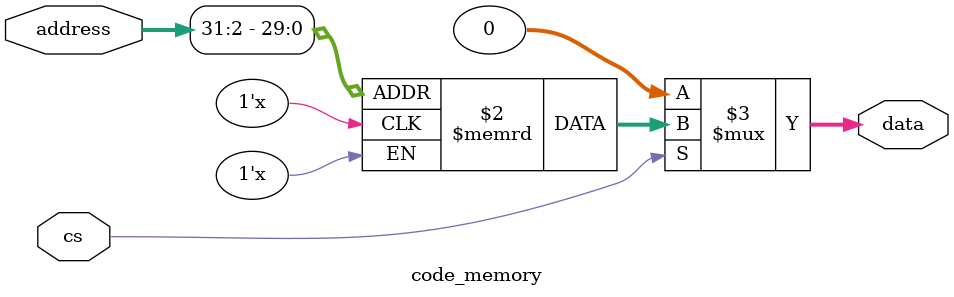
<source format=v>
`timescale 1ns / 1ps
module code_memory(
	input [31:0] address,
	output [31:0] data,
	input cs
    );

	reg [31:0] memory [262143:0];
	
	assign data = (cs == 1'b1) ? memory[address[31:2]] : 32'h00000000;

endmodule

</source>
